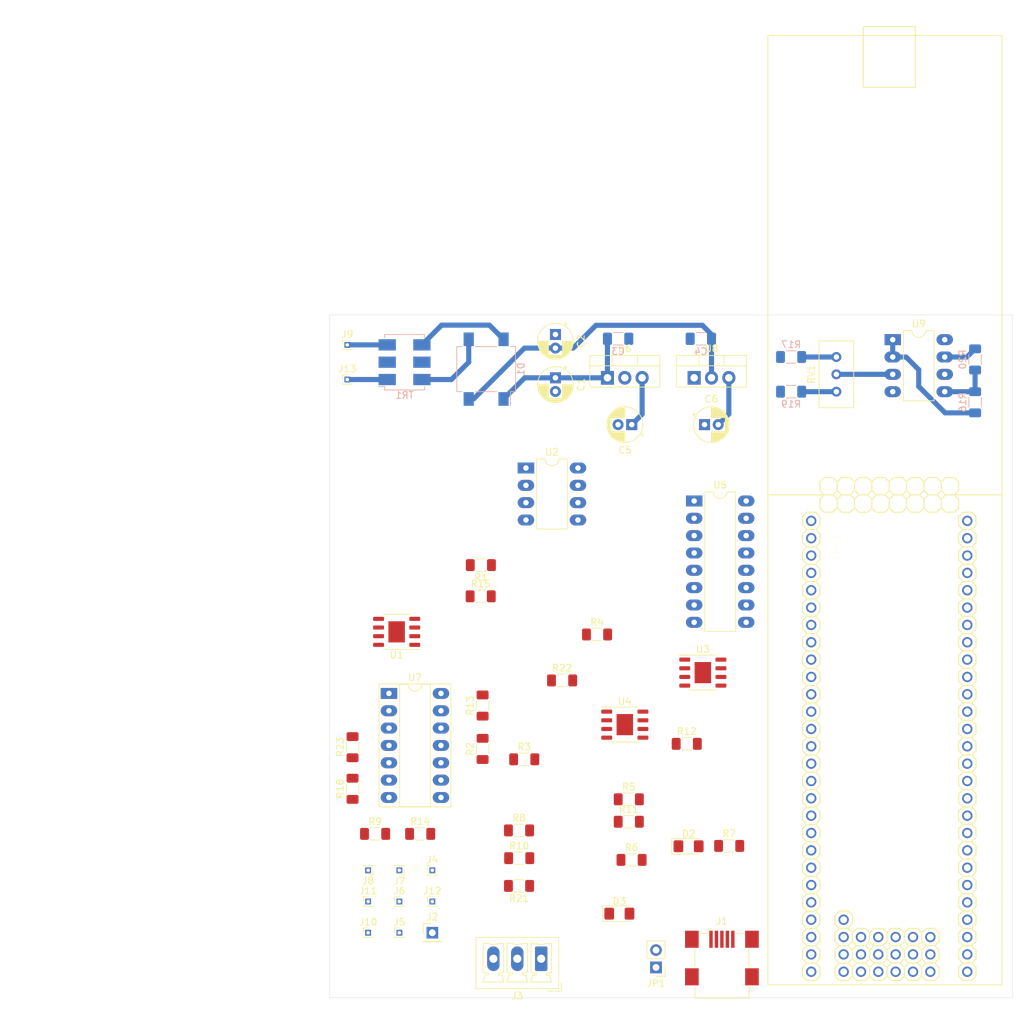
<source format=kicad_pcb>
(kicad_pcb (version 20171130) (host pcbnew "(5.1.10)-1")
  (layers (0 F.Cu signal) (31 B.Cu signal) (34 B.Paste user) (35 F.Paste user) (36 B.SilkS user) (37 F.SilkS user) (38 B.Mask user) (39 F.Mask user) (44 Edge.Cuts user))
  (net 0 "")
  (net 1 "Net-(C1-Pad1)")
  (net 2 GND)
  (net 3 "Net-(C2-Pad2)")
  (net 4 +5V)
  (net 5 -5V)
  (net 6 "Net-(D1-Pad3)")
  (net 7 "Net-(D1-Pad4)")
  (net 8 "Net-(D2-Pad1)")
  (net 9 "Net-(D2-Pad2)")
  (net 10 "Net-(J1-Pad1)")
  (net 11 "Net-(J1-Pad2)")
  (net 12 "Net-(J1-Pad3)")
  (net 13 "Net-(J1-Pad4)")
  (net 14 "Net-(J2-Pad1)")
  (net 15 "Net-(J3-Pad1)")
  (net 16 "Net-(J3-Pad2)")
  (net 17 "Net-(J3-Pad3)")
  (net 18 /salida_dac/I_IN)
  (net 19 /salida_dac/V_IN)
  (net 20 /salida_dac/VIN)
  (net 21 "Net-(J7-Pad1)")
  (net 22 "Net-(J8-Pad1)")
  (net 23 "Net-(JP1-Pad2)")
  (net 24 "Net-(R1-Pad2)")
  (net 25 "Net-(R1-Pad1)")
  (net 26 "Net-(R2-Pad1)")
  (net 27 "Net-(R3-Pad2)")
  (net 28 "Net-(R4-Pad1)")
  (net 29 "Net-(R13-Pad2)")
  (net 30 /salida_dac/VOffset)
  (net 31 "Net-(R14-Pad1)")
  (net 32 "Net-(R10-Pad2)")
  (net 33 "Net-(R11-Pad2)")
  (net 34 "Net-(R12-Pad2)")
  (net 35 "Net-(R15-Pad2)")
  (net 36 "Net-(R17-Pad1)")
  (net 37 "Net-(R19-Pad2)")
  (net 38 "Net-(RV1-Pad2)")
  (net 39 "Net-(U1-Pad1)")
  (net 40 "Net-(U1-Pad5)")
  (net 41 "Net-(U1-Pad8)")
  (net 42 "Net-(U3-Pad8)")
  (net 43 "Net-(U3-Pad5)")
  (net 44 "Net-(U3-Pad1)")
  (net 45 "Net-(U4-Pad1)")
  (net 46 "Net-(U4-Pad5)")
  (net 47 "Net-(U4-Pad8)")
  (net 48 /salida_dac/gan_x1)
  (net 49 /salida_dac/gan_x5)
  (net 50 /salida_dac/gan_x10)
  (net 51 /salida_dac/gan_x0.1)
  (net 52 "Net-(LPC1-Pad3)")
  (net 53 "Net-(LPC1-Pad4)")
  (net 54 "Net-(LPC1-Pad5)")
  (net 55 "Net-(LPC1-Pad6)")
  (net 56 "Net-(LPC1-Pad7)")
  (net 57 "Net-(LPC1-Pad8)")
  (net 58 "Net-(LPC1-Pad9)")
  (net 59 "Net-(LPC1-Pad10)")
  (net 60 "Net-(LPC1-Pad11)")
  (net 61 "Net-(LPC1-Pad12)")
  (net 62 "Net-(LPC1-Pad13)")
  (net 63 "Net-(LPC1-Pad14)")
  (net 64 "Net-(LPC1-Pad17)")
  (net 65 "Net-(LPC1-Pad19)")
  (net 66 "Net-(LPC1-Pad20)")
  (net 67 "Net-(LPC1-Pad21)")
  (net 68 "Net-(LPC1-Pad22)")
  (net 69 "Net-(LPC1-Pad23)")
  (net 70 "Net-(LPC1-Pad24)")
  (net 71 "Net-(LPC1-Pad25)")
  (net 72 "Net-(LPC1-Pad26)")
  (net 73 "Net-(LPC1-Pad27)")
  (net 74 "Net-(LPC1-Pad29)")
  (net 75 "Net-(LPC1-Pad30)")
  (net 76 "Net-(LPC1-Pad31)")
  (net 77 "Net-(LPC1-Pad32)")
  (net 78 "Net-(LPC1-Pad33)")
  (net 79 "Net-(LPC1-Pad34)")
  (net 80 "Net-(LPC1-Pad35)")
  (net 81 "Net-(LPC1-Pad38)")
  (net 82 "Net-(LPC1-Pad39)")
  (net 83 "Net-(LPC1-Pad40)")
  (net 84 "Net-(LPC1-Pad41)")
  (net 85 "Net-(LPC1-Pad42)")
  (net 86 "Net-(LPC1-Pad43)")
  (net 87 "Net-(LPC1-Pad44)")
  (net 88 "Net-(LPC1-Pad45)")
  (net 89 "Net-(LPC1-Pad46)")
  (net 90 "Net-(LPC1-Pad51)")
  (net 91 "Net-(LPC1-Pad52)")
  (net 92 "Net-(LPC1-Pad53)")
  (net 93 "Net-(LPC1-Pad55)")
  (net 94 "Net-(LPC1-Pad56)")
  (net 95 "Net-(LPC1-Pad57)")
  (net 96 "Net-(LPC1-Pad58)")
  (net 97 "Net-(LPC1-Pad59)")
  (net 98 "Net-(LPC1-Pad60)")
  (net 99 "Net-(LPC1-Pad61)")
  (net 100 "Net-(LPC1-Pad62)")
  (net 101 "Net-(LPC1-Pad63)")
  (net 102 "Net-(LPC1-Pad64)")
  (net 103 "Net-(LPC1-Pad65)")
  (net 104 "Net-(LPC1-Pad66)")
  (net 105 "Net-(LPC1-Pad67)")
  (net 106 "Net-(LPC1-Pad68)")
  (net 107 "Net-(LPC1-Pad69)")
  (net 108 "Net-(LPC1-Pad70)")
  (net 109 "Net-(LPC1-Pad71)")
  (net 110 "Net-(LPC1-Pad72)")
  (net 111 "Net-(LPC1-Pad73)")
  (net 112 /salida_dac/3V3)
  (net 113 /salida_dac/-VOffset)
  (net 114 "Net-(R22-Pad1)")
  (net 115 "Net-(R16-Pad1)")
  (net 116 "Net-(R18-Pad2)")
  (net 117 "Net-(U7-Pad12)")
  (net 118 "Net-(J9-Pad1)")
  (net 119 "Net-(J13-Pad1)")
  (net 120 "Net-(U7-Pad14)")
  (module Diode_SMD:Diode_Bridge_Vishay_DFS (layer B.Cu) (at 140.98 64.77 90)
    (fp_text reference D1 (at 0 5.1 270) (layer B.SilkS) (effects (justify mirror)))
    (fp_text value D_Bridge_+-AA)
    (pad 4 smd rect (at 4.37 2.55 90) (size 2 1.5) (layers B.Cu B.Paste B.Mask) (net 7 "Net-(D1-Pad4)"))
    (pad 3 smd rect (at 4.37 -2.55 90) (size 2 1.5) (layers B.Cu B.Paste B.Mask) (net 6 "Net-(D1-Pad3)"))
    (pad 2 smd rect (at -4.37 -2.55 90) (size 2 1.5) (layers B.Cu B.Paste B.Mask) (net 3 "Net-(C2-Pad2)"))
    (pad 1 smd rect (at -4.37 2.55 90) (size 2 1.5) (layers B.Cu B.Paste B.Mask) (net 1 "Net-(C1-Pad1)"))
  )
  (module Capacitor_SMD:C_1206_3216Metric_Pad1.33x1.80mm_HandSolder (layer B.Cu) (at 172.4275 60.325)
    (fp_text reference C4 (at 0 1.85 180) (layer B.SilkS) (effects (justify mirror)))
    (fp_text value 100nF)
    (pad 2 smd roundrect (at 1.5625 0) (size 1.325 1.8) (layers B.Cu B.Paste B.Mask) (roundrect_rratio 0.188679) (net 3 "Net-(C2-Pad2)"))
    (pad 1 smd roundrect (at -1.5625 0) (size 1.325 1.8) (layers B.Cu B.Paste B.Mask) (roundrect_rratio 0.188679) (net 2 GND))
  )
  (module Package_TO_SOT_THT:TO-220-3_Vertical (layer F.Cu) (at 171.45 66.04)
    (fp_text reference U8 (at 2.54 -4.27) (layer F.SilkS))
    (fp_text value L7905)
    (pad 3 thru_hole oval (at 5.08 0) (size 1.905 2) (drill 1.1) (layers *.Cu *.Mask) (net 5 -5V))
    (pad 2 thru_hole oval (at 2.54 0) (size 1.905 2) (drill 1.1) (layers *.Cu *.Mask) (net 3 "Net-(C2-Pad2)"))
    (pad 1 thru_hole rect (at 0 0) (size 1.905 2) (drill 1.1) (layers *.Cu *.Mask) (net 2 GND))
  )
  (module Capacitor_THT:CP_Radial_D5.0mm_P2.00mm (layer F.Cu) (at 172.974 72.898)
    (fp_text reference C6 (at 1 -3.75) (layer F.SilkS))
    (fp_text value 10uF)
    (pad 1 thru_hole rect (at 0 0) (size 1.6 1.6) (drill 0.8) (layers *.Cu *.Mask) (net 2 GND))
    (pad 2 thru_hole circle (at 2 0) (size 1.6 1.6) (drill 0.8) (layers *.Cu *.Mask) (net 5 -5V))
  )
  (module Capacitor_THT:CP_Radial_D5.0mm_P2.00mm (layer F.Cu) (at 151.13 66.04 270)
    (fp_text reference C1 (at 1 -3.75 90) (layer F.SilkS))
    (fp_text value 10uF)
    (pad 2 thru_hole circle (at 2 0 270) (size 1.6 1.6) (drill 0.8) (layers *.Cu *.Mask) (net 2 GND))
    (pad 1 thru_hole rect (at 0 0 270) (size 1.6 1.6) (drill 0.8) (layers *.Cu *.Mask) (net 1 "Net-(C1-Pad1)"))
  )
  (module Capacitor_THT:CP_Radial_D5.0mm_P2.00mm (layer F.Cu) (at 151.13 59.69 270)
    (fp_text reference C2 (at 1 -3.75 90) (layer F.SilkS))
    (fp_text value 10uF)
    (pad 1 thru_hole rect (at 0 0 270) (size 1.6 1.6) (drill 0.8) (layers *.Cu *.Mask) (net 2 GND))
    (pad 2 thru_hole circle (at 2 0 270) (size 1.6 1.6) (drill 0.8) (layers *.Cu *.Mask) (net 3 "Net-(C2-Pad2)"))
  )
  (module Capacitor_SMD:C_1206_3216Metric_Pad1.33x1.80mm_HandSolder (layer B.Cu) (at 160.3125 60.325)
    (fp_text reference C3 (at 0 1.85) (layer B.SilkS) (effects (justify mirror)))
    (fp_text value 100nF)
    (pad 2 smd roundrect (at 1.5625 0) (size 1.325 1.8) (layers B.Cu B.Paste B.Mask) (roundrect_rratio 0.188679) (net 2 GND))
    (pad 1 smd roundrect (at -1.5625 0) (size 1.325 1.8) (layers B.Cu B.Paste B.Mask) (roundrect_rratio 0.188679) (net 1 "Net-(C1-Pad1)"))
  )
  (module Capacitor_THT:CP_Radial_D5.0mm_P2.00mm (layer F.Cu) (at 162.306 72.898 180)
    (fp_text reference C5 (at 1 -3.75) (layer F.SilkS))
    (fp_text value 10uF)
    (pad 2 thru_hole circle (at 2 0 180) (size 1.6 1.6) (drill 0.8) (layers *.Cu *.Mask) (net 2 GND))
    (pad 1 thru_hole rect (at 0 0 180) (size 1.6 1.6) (drill 0.8) (layers *.Cu *.Mask) (net 4 +5V))
  )
  (module Resistor_SMD:R_1206_3216Metric_Pad1.30x1.75mm_HandSolder (layer B.Cu) (at 212.598 69.622 270)
    (fp_text reference R16 (at 0 1.82 90) (layer B.SilkS) (effects (justify mirror)))
    (fp_text value 10K)
    (pad 1 smd roundrect (at -1.55 0 270) (size 1.3 1.75) (layers B.Cu B.Paste B.Mask) (roundrect_rratio 0.192308) (net 115 "Net-(R16-Pad1)"))
    (pad 2 smd roundrect (at 1.55 0 270) (size 1.3 1.75) (layers B.Cu B.Paste B.Mask) (roundrect_rratio 0.192308) (net 30 /salida_dac/VOffset))
  )
  (module Package_DIP:DIP-8_W7.62mm_LongPads (layer F.Cu) (at 200.533 60.452)
    (fp_text reference U9 (at 3.81 -2.33) (layer F.SilkS))
    (fp_text value TL082)
    (pad 8 thru_hole oval (at 7.62 0) (size 2.4 1.6) (drill 0.8) (layers *.Cu *.Mask) (net 4 +5V))
    (pad 4 thru_hole oval (at 0 7.62) (size 2.4 1.6) (drill 0.8) (layers *.Cu *.Mask) (net 5 -5V))
    (pad 7 thru_hole oval (at 7.62 2.54) (size 2.4 1.6) (drill 0.8) (layers *.Cu *.Mask) (net 113 /salida_dac/-VOffset))
    (pad 3 thru_hole oval (at 0 5.08) (size 2.4 1.6) (drill 0.8) (layers *.Cu *.Mask) (net 38 "Net-(RV1-Pad2)"))
    (pad 6 thru_hole oval (at 7.62 5.08) (size 2.4 1.6) (drill 0.8) (layers *.Cu *.Mask) (net 2 GND))
    (pad 2 thru_hole oval (at 0 2.54) (size 2.4 1.6) (drill 0.8) (layers *.Cu *.Mask) (net 30 /salida_dac/VOffset))
    (pad 5 thru_hole oval (at 7.62 7.62) (size 2.4 1.6) (drill 0.8) (layers *.Cu *.Mask) (net 115 "Net-(R16-Pad1)"))
    (pad 1 thru_hole rect (at 0 0) (size 2.4 1.6) (drill 0.8) (layers *.Cu *.Mask) (net 30 /salida_dac/VOffset))
  )
  (module Potentiometer_THT:Potentiometer_Bourns_3296W_Vertical (layer F.Cu) (at 192.278 62.992 90)
    (fp_text reference RV1 (at -2.54 -3.66 90) (layer F.SilkS))
    (fp_text value 10K)
    (pad 3 thru_hole circle (at -5.08 0 90) (size 1.44 1.44) (drill 0.8) (layers *.Cu *.Mask) (net 37 "Net-(R19-Pad2)"))
    (pad 2 thru_hole circle (at -2.54 0 90) (size 1.44 1.44) (drill 0.8) (layers *.Cu *.Mask) (net 38 "Net-(RV1-Pad2)"))
    (pad 1 thru_hole circle (at 0 0 90) (size 1.44 1.44) (drill 0.8) (layers *.Cu *.Mask) (net 36 "Net-(R17-Pad1)"))
  )
  (module Resistor_SMD:R_1206_3216Metric_Pad1.30x1.75mm_HandSolder (layer B.Cu) (at 212.598 63.347 270)
    (fp_text reference R20 (at 0 1.82 270) (layer B.SilkS) (effects (justify mirror)))
    (fp_text value 10K)
    (pad 2 smd roundrect (at 1.55 0 270) (size 1.3 1.75) (layers B.Cu B.Paste B.Mask) (roundrect_rratio 0.192308) (net 115 "Net-(R16-Pad1)"))
    (pad 1 smd roundrect (at -1.55 0 270) (size 1.3 1.75) (layers B.Cu B.Paste B.Mask) (roundrect_rratio 0.192308) (net 113 /salida_dac/-VOffset))
  )
  (module Package_TO_SOT_THT:TO-220-3_Vertical (layer F.Cu) (at 158.75 66.04)
    (fp_text reference U6 (at 2.54 -4.27) (layer F.SilkS))
    (fp_text value L7805)
    (pad 1 thru_hole rect (at 0 0) (size 1.905 2) (drill 1.1) (layers *.Cu *.Mask) (net 1 "Net-(C1-Pad1)"))
    (pad 2 thru_hole oval (at 2.54 0) (size 1.905 2) (drill 1.1) (layers *.Cu *.Mask) (net 2 GND))
    (pad 3 thru_hole oval (at 5.08 0) (size 1.905 2) (drill 1.1) (layers *.Cu *.Mask) (net 4 +5V))
  )
  (module Resistor_SMD:R_1206_3216Metric_Pad1.30x1.75mm_HandSolder (layer B.Cu) (at 185.648 62.992 180)
    (fp_text reference R17 (at 0 1.82) (layer B.SilkS) (effects (justify mirror)))
    (fp_text value 4K7)
    (pad 2 smd roundrect (at 1.55 0 180) (size 1.3 1.75) (layers B.Cu B.Paste B.Mask) (roundrect_rratio 0.192308) (net 112 /salida_dac/3V3))
    (pad 1 smd roundrect (at -1.55 0 180) (size 1.3 1.75) (layers B.Cu B.Paste B.Mask) (roundrect_rratio 0.192308) (net 36 "Net-(R17-Pad1)"))
  )
  (module Resistor_SMD:R_1206_3216Metric_Pad1.30x1.75mm_HandSolder (layer B.Cu) (at 185.648 68.072)
    (fp_text reference R19 (at 0 1.82) (layer B.SilkS) (effects (justify mirror)))
    (fp_text value 5K6)
    (pad 1 smd roundrect (at -1.55 0) (size 1.3 1.75) (layers B.Cu B.Paste B.Mask) (roundrect_rratio 0.192308) (net 2 GND))
    (pad 2 smd roundrect (at 1.55 0) (size 1.3 1.75) (layers B.Cu B.Paste B.Mask) (roundrect_rratio 0.192308) (net 37 "Net-(R19-Pad2)"))
  )
  (module Diode_SMD:D_1206_3216Metric_Pad1.42x1.75mm_HandSolder (layer F.Cu) (at 170.630001 134.655001)
    (fp_text reference D2 (at 0 -1.82) (layer F.SilkS))
    (fp_text value 1N4007)
    (pad 1 smd roundrect (at -1.4875 0) (size 1.425 1.75) (layers F.Cu F.Paste F.Mask) (roundrect_rratio 0.175439) (net 8 "Net-(D2-Pad1)"))
    (pad 2 smd roundrect (at 1.4875 0) (size 1.425 1.75) (layers F.Cu F.Paste F.Mask) (roundrect_rratio 0.175439) (net 9 "Net-(D2-Pad2)"))
  )
  (module Diode_SMD:D_1206_3216Metric_Pad1.42x1.75mm_HandSolder (layer F.Cu) (at 160.4915 144.526)
    (fp_text reference D3 (at 0 -1.82) (layer F.SilkS))
    (fp_text value 1N4007)
    (pad 2 smd roundrect (at 1.4875 0) (size 1.425 1.75) (layers F.Cu F.Paste F.Mask) (roundrect_rratio 0.175439) (net 8 "Net-(D2-Pad1)"))
    (pad 1 smd roundrect (at -1.4875 0) (size 1.425 1.75) (layers F.Cu F.Paste F.Mask) (roundrect_rratio 0.175439) (net 2 GND))
  )
  (module Connector_USB:USB_Mini-B_Wuerth_65100516121_Horizontal (layer F.Cu) (at 175.514 150.876)
    (fp_text reference J1 (at 0 -5.25) (layer F.SilkS))
    (fp_text value USB_B_Micro)
    (pad "" np_thru_hole circle (at 2.2 0) (size 0.9 0.9) (drill 0.9) (layers *.Cu *.Mask))
    (pad "" np_thru_hole circle (at -2.2 0) (size 0.9 0.9) (drill 0.9) (layers *.Cu *.Mask))
    (pad 5 smd rect (at 1.6 -2.6) (size 0.5 2.5) (layers F.Cu F.Paste F.Mask) (net 2 GND))
    (pad 4 smd rect (at 0.8 -2.6) (size 0.5 2.5) (layers F.Cu F.Paste F.Mask) (net 13 "Net-(J1-Pad4)"))
    (pad 3 smd rect (at 0 -2.6) (size 0.5 2.5) (layers F.Cu F.Paste F.Mask) (net 12 "Net-(J1-Pad3)"))
    (pad 2 smd rect (at -0.8 -2.6) (size 0.5 2.5) (layers F.Cu F.Paste F.Mask) (net 11 "Net-(J1-Pad2)"))
    (pad 1 smd rect (at -1.6 -2.6) (size 0.5 2.5) (layers F.Cu F.Paste F.Mask) (net 10 "Net-(J1-Pad1)"))
    (pad 6 smd rect (at 4.4 -2.6) (size 2 2.5) (layers F.Cu F.Paste F.Mask) (net 2 GND))
    (pad 6 smd rect (at -4.4 -2.6) (size 2 2.5) (layers F.Cu F.Paste F.Mask) (net 2 GND))
    (pad 6 smd rect (at 4.4 2.9) (size 2 2.5) (layers F.Cu F.Paste F.Mask) (net 2 GND))
    (pad 6 smd rect (at -4.4 2.9) (size 2 2.5) (layers F.Cu F.Paste F.Mask) (net 2 GND))
  )
  (module Connector_PinHeader_2.54mm:PinHeader_1x01_P2.54mm_Vertical (layer F.Cu) (at 133.096 147.32)
    (fp_text reference J2 (at 0 -2.33) (layer F.SilkS))
    (fp_text value test_DAC)
    (pad 1 thru_hole rect (at 0 0) (size 1.7 1.7) (drill 1) (layers *.Cu *.Mask) (net 14 "Net-(J2-Pad1)"))
  )
  (module Connector_Phoenix_MC:PhoenixContact_MCV_1,5_3-G-3.5_1x03_P3.50mm_Vertical (layer F.Cu) (at 149.042 151.13 180)
    (fp_text reference J3 (at 3.5 -5.45) (layer F.SilkS))
    (fp_text value Conn_01x03_Male)
    (pad 1 thru_hole roundrect (at 0 0 180) (size 1.8 3.6) (drill 1.2) (layers *.Cu *.Mask) (roundrect_rratio 0.138889) (net 15 "Net-(J3-Pad1)"))
    (pad 2 thru_hole oval (at 3.5 0 180) (size 1.8 3.6) (drill 1.2) (layers *.Cu *.Mask) (net 16 "Net-(J3-Pad2)"))
    (pad 3 thru_hole oval (at 7 0 180) (size 1.8 3.6) (drill 1.2) (layers *.Cu *.Mask) (net 17 "Net-(J3-Pad3)"))
  )
  (module Connector_PinHeader_1.00mm:PinHeader_1x01_P1.00mm_Vertical (layer F.Cu) (at 133.096 138.176)
    (fp_text reference J4 (at 0 -1.56) (layer F.SilkS))
    (fp_text value test_I)
    (pad 1 thru_hole rect (at 0 0) (size 0.85 0.85) (drill 0.5) (layers *.Cu *.Mask) (net 18 /salida_dac/I_IN))
  )
  (module Connector_PinHeader_1.00mm:PinHeader_1x01_P1.00mm_Vertical (layer F.Cu) (at 128.27 147.32)
    (fp_text reference J5 (at 0 -1.56) (layer F.SilkS))
    (fp_text value test_V)
    (pad 1 thru_hole rect (at 0 0) (size 0.85 0.85) (drill 0.5) (layers *.Cu *.Mask) (net 19 /salida_dac/V_IN))
  )
  (module Connector_PinHeader_1.00mm:PinHeader_1x01_P1.00mm_Vertical (layer F.Cu) (at 128.27 142.748)
    (fp_text reference J6 (at 0 -1.56) (layer F.SilkS))
    (fp_text value test_DAC)
    (pad 1 thru_hole rect (at 0 0) (size 0.85 0.85) (drill 0.5) (layers *.Cu *.Mask) (net 20 /salida_dac/VIN))
  )
  (module Connector_PinHeader_1.00mm:PinHeader_1x01_P1.00mm_Vertical (layer F.Cu) (at 128.27 138.176 180)
    (fp_text reference J7 (at 0 -1.56) (layer F.SilkS))
    (fp_text value test_I)
    (pad 1 thru_hole rect (at 0 0 180) (size 0.85 0.85) (drill 0.5) (layers *.Cu *.Mask) (net 21 "Net-(J7-Pad1)"))
  )
  (module Connector_PinHeader_1.00mm:PinHeader_1x01_P1.00mm_Vertical (layer F.Cu) (at 123.698 138.176 180)
    (fp_text reference J8 (at 0 -1.56) (layer F.SilkS))
    (fp_text value test_V)
    (pad 1 thru_hole rect (at 0 0 180) (size 0.85 0.85) (drill 0.5) (layers *.Cu *.Mask) (net 22 "Net-(J8-Pad1)"))
  )
  (module Connector_PinHeader_1.00mm:PinHeader_1x01_P1.00mm_Vertical (layer F.Cu) (at 123.698 147.32)
    (fp_text reference J10 (at 0 -1.56) (layer F.SilkS))
    (fp_text value test_GND)
    (pad 1 thru_hole rect (at 0 0) (size 0.85 0.85) (drill 0.5) (layers *.Cu *.Mask) (net 2 GND))
  )
  (module Connector_PinHeader_1.00mm:PinHeader_1x01_P1.00mm_Vertical (layer F.Cu) (at 123.698 142.748)
    (fp_text reference J11 (at 0 -1.56) (layer F.SilkS))
    (fp_text value test_GND)
    (pad 1 thru_hole rect (at 0 0) (size 0.85 0.85) (drill 0.5) (layers *.Cu *.Mask) (net 2 GND))
  )
  (module Connector_PinHeader_1.00mm:PinHeader_1x01_P1.00mm_Vertical (layer F.Cu) (at 133.096 142.748)
    (fp_text reference J12 (at 0 -1.56) (layer F.SilkS))
    (fp_text value test_GND)
    (pad 1 thru_hole rect (at 0 0) (size 0.85 0.85) (drill 0.5) (layers *.Cu *.Mask) (net 2 GND))
  )
  (module Connector_PinHeader_2.54mm:PinHeader_1x02_P2.54mm_Vertical (layer F.Cu) (at 165.862 152.4 180)
    (fp_text reference JP1 (at 0 -2.33) (layer F.SilkS))
    (fp_text value alimentacion_lpc)
    (pad 1 thru_hole rect (at 0 0 180) (size 1.7 1.7) (drill 1) (layers *.Cu *.Mask) (net 4 +5V))
    (pad 2 thru_hole oval (at 0 2.54 180) (size 1.7 1.7) (drill 1) (layers *.Cu *.Mask) (net 23 "Net-(JP1-Pad2)"))
  )
  (module Resistor_SMD:R_1206_3216Metric_Pad1.30x1.75mm_HandSolder (layer F.Cu) (at 140.208 93.472 180)
    (fp_text reference R1 (at 0 -1.82) (layer F.SilkS))
    (fp_text value 1K)
    (pad 2 smd roundrect (at 1.55 0 180) (size 1.3 1.75) (layers F.Cu F.Paste F.Mask) (roundrect_rratio 0.192308) (net 24 "Net-(R1-Pad2)"))
    (pad 1 smd roundrect (at -1.55 0 180) (size 1.3 1.75) (layers F.Cu F.Paste F.Mask) (roundrect_rratio 0.192308) (net 25 "Net-(R1-Pad1)"))
  )
  (module Resistor_SMD:R_1206_3216Metric_Pad1.30x1.75mm_HandSolder (layer F.Cu) (at 140.462 120.396 90)
    (fp_text reference R2 (at 0 -1.82 90) (layer F.SilkS))
    (fp_text value 100K)
    (pad 1 smd roundrect (at -1.55 0 90) (size 1.3 1.75) (layers F.Cu F.Paste F.Mask) (roundrect_rratio 0.192308) (net 26 "Net-(R2-Pad1)"))
    (pad 2 smd roundrect (at 1.55 0 90) (size 1.3 1.75) (layers F.Cu F.Paste F.Mask) (roundrect_rratio 0.192308) (net 20 /salida_dac/VIN))
  )
  (module Resistor_SMD:R_1206_3216Metric_Pad1.30x1.75mm_HandSolder (layer F.Cu) (at 146.558 121.92)
    (fp_text reference R3 (at 0 -1.82) (layer F.SilkS))
    (fp_text value 100K)
    (pad 2 smd roundrect (at 1.55 0) (size 1.3 1.75) (layers F.Cu F.Paste F.Mask) (roundrect_rratio 0.192308) (net 27 "Net-(R3-Pad2)"))
    (pad 1 smd roundrect (at -1.55 0) (size 1.3 1.75) (layers F.Cu F.Paste F.Mask) (roundrect_rratio 0.192308) (net 26 "Net-(R2-Pad1)"))
  )
  (module Resistor_SMD:R_1206_3216Metric_Pad1.30x1.75mm_HandSolder (layer F.Cu) (at 157.226 103.632)
    (fp_text reference R4 (at 0 -1.82) (layer F.SilkS))
    (fp_text value 10K)
    (pad 1 smd roundrect (at -1.55 0) (size 1.3 1.75) (layers F.Cu F.Paste F.Mask) (roundrect_rratio 0.192308) (net 28 "Net-(R4-Pad1)"))
    (pad 2 smd roundrect (at 1.55 0) (size 1.3 1.75) (layers F.Cu F.Paste F.Mask) (roundrect_rratio 0.192308) (net 25 "Net-(R1-Pad1)"))
  )
  (module Resistor_SMD:R_1206_3216Metric_Pad1.30x1.75mm_HandSolder (layer F.Cu) (at 161.875001 127.775001)
    (fp_text reference R5 (at 0 -1.82) (layer F.SilkS))
    (fp_text value 6K8)
    (pad 2 smd roundrect (at 1.55 0) (size 1.3 1.75) (layers F.Cu F.Paste F.Mask) (roundrect_rratio 0.192308) (net 28 "Net-(R4-Pad1)"))
    (pad 1 smd roundrect (at -1.55 0) (size 1.3 1.75) (layers F.Cu F.Paste F.Mask) (roundrect_rratio 0.192308) (net 15 "Net-(J3-Pad1)"))
  )
  (module Resistor_SMD:R_1206_3216Metric_Pad1.30x1.75mm_HandSolder (layer F.Cu) (at 162.28 136.652)
    (fp_text reference R6 (at 0 -1.82) (layer F.SilkS))
    (fp_text value 10K)
    (pad 2 smd roundrect (at 1.55 0) (size 1.3 1.75) (layers F.Cu F.Paste F.Mask) (roundrect_rratio 0.192308) (net 14 "Net-(J2-Pad1)"))
    (pad 1 smd roundrect (at -1.55 0) (size 1.3 1.75) (layers F.Cu F.Paste F.Mask) (roundrect_rratio 0.192308) (net 29 "Net-(R13-Pad2)"))
  )
  (module Resistor_SMD:R_1206_3216Metric_Pad1.30x1.75mm_HandSolder (layer F.Cu) (at 176.575001 134.605001)
    (fp_text reference R7 (at 0 -1.82) (layer F.SilkS))
    (fp_text value 10K)
    (pad 1 smd roundrect (at -1.55 0) (size 1.3 1.75) (layers F.Cu F.Paste F.Mask) (roundrect_rratio 0.192308) (net 29 "Net-(R13-Pad2)"))
    (pad 2 smd roundrect (at 1.55 0) (size 1.3 1.75) (layers F.Cu F.Paste F.Mask) (roundrect_rratio 0.192308) (net 113 /salida_dac/-VOffset))
  )
  (module Resistor_SMD:R_1206_3216Metric_Pad1.30x1.75mm_HandSolder (layer F.Cu) (at 145.796 132.334)
    (fp_text reference R8 (at 0 -1.82) (layer F.SilkS))
    (fp_text value 10K)
    (pad 1 smd roundrect (at -1.55 0) (size 1.3 1.75) (layers F.Cu F.Paste F.Mask) (roundrect_rratio 0.192308) (net 30 /salida_dac/VOffset))
    (pad 2 smd roundrect (at 1.55 0) (size 1.3 1.75) (layers F.Cu F.Paste F.Mask) (roundrect_rratio 0.192308) (net 31 "Net-(R14-Pad1)"))
  )
  (module Resistor_SMD:R_1206_3216Metric_Pad1.30x1.75mm_HandSolder (layer F.Cu) (at 124.714 132.842)
    (fp_text reference R9 (at 0 -1.82) (layer F.SilkS))
    (fp_text value 10K)
    (pad 1 smd roundrect (at -1.55 0) (size 1.3 1.75) (layers F.Cu F.Paste F.Mask) (roundrect_rratio 0.192308) (net 114 "Net-(R22-Pad1)"))
    (pad 2 smd roundrect (at 1.55 0) (size 1.3 1.75) (layers F.Cu F.Paste F.Mask) (roundrect_rratio 0.192308) (net 21 "Net-(J7-Pad1)"))
  )
  (module Resistor_SMD:R_1206_3216Metric_Pad1.30x1.75mm_HandSolder (layer F.Cu) (at 145.822 136.398)
    (fp_text reference R10 (at 0 -1.82) (layer F.SilkS))
    (fp_text value 10K)
    (pad 2 smd roundrect (at 1.55 0) (size 1.3 1.75) (layers F.Cu F.Paste F.Mask) (roundrect_rratio 0.192308) (net 32 "Net-(R10-Pad2)"))
    (pad 1 smd roundrect (at -1.55 0) (size 1.3 1.75) (layers F.Cu F.Paste F.Mask) (roundrect_rratio 0.192308) (net 30 /salida_dac/VOffset))
  )
  (module Resistor_SMD:R_1206_3216Metric_Pad1.30x1.75mm_HandSolder (layer F.Cu) (at 161.875001 131.065001)
    (fp_text reference R11 (at 0 -1.82) (layer F.SilkS))
    (fp_text value 100K)
    (pad 2 smd roundrect (at 1.55 0) (size 1.3 1.75) (layers F.Cu F.Paste F.Mask) (roundrect_rratio 0.192308) (net 33 "Net-(R11-Pad2)"))
    (pad 1 smd roundrect (at -1.55 0) (size 1.3 1.75) (layers F.Cu F.Paste F.Mask) (roundrect_rratio 0.192308) (net 25 "Net-(R1-Pad1)"))
  )
  (module Resistor_SMD:R_1206_3216Metric_Pad1.30x1.75mm_HandSolder (layer F.Cu) (at 170.365001 119.655001)
    (fp_text reference R12 (at 0 -1.82) (layer F.SilkS))
    (fp_text value 4K7)
    (pad 1 smd roundrect (at -1.55 0) (size 1.3 1.75) (layers F.Cu F.Paste F.Mask) (roundrect_rratio 0.192308) (net 25 "Net-(R1-Pad1)"))
    (pad 2 smd roundrect (at 1.55 0) (size 1.3 1.75) (layers F.Cu F.Paste F.Mask) (roundrect_rratio 0.192308) (net 34 "Net-(R12-Pad2)"))
  )
  (module Resistor_SMD:R_1206_3216Metric_Pad1.30x1.75mm_HandSolder (layer F.Cu) (at 140.462 114.046 90)
    (fp_text reference R13 (at 0 -1.82 90) (layer F.SilkS))
    (fp_text value 10K)
    (pad 2 smd roundrect (at 1.55 0 90) (size 1.3 1.75) (layers F.Cu F.Paste F.Mask) (roundrect_rratio 0.192308) (net 29 "Net-(R13-Pad2)"))
    (pad 1 smd roundrect (at -1.55 0 90) (size 1.3 1.75) (layers F.Cu F.Paste F.Mask) (roundrect_rratio 0.192308) (net 20 /salida_dac/VIN))
  )
  (module Resistor_SMD:R_1206_3216Metric_Pad1.30x1.75mm_HandSolder (layer F.Cu) (at 131.318 132.842)
    (fp_text reference R14 (at 0 -1.82) (layer F.SilkS))
    (fp_text value 10K)
    (pad 2 smd roundrect (at 1.55 0) (size 1.3 1.75) (layers F.Cu F.Paste F.Mask) (roundrect_rratio 0.192308) (net 18 /salida_dac/I_IN))
    (pad 1 smd roundrect (at -1.55 0) (size 1.3 1.75) (layers F.Cu F.Paste F.Mask) (roundrect_rratio 0.192308) (net 31 "Net-(R14-Pad1)"))
  )
  (module Resistor_SMD:R_1206_3216Metric_Pad1.30x1.75mm_HandSolder (layer F.Cu) (at 140.182 98.044)
    (fp_text reference R15 (at 0 -1.82) (layer F.SilkS))
    (fp_text value 10K)
    (pad 1 smd roundrect (at -1.55 0) (size 1.3 1.75) (layers F.Cu F.Paste F.Mask) (roundrect_rratio 0.192308) (net 25 "Net-(R1-Pad1)"))
    (pad 2 smd roundrect (at 1.55 0) (size 1.3 1.75) (layers F.Cu F.Paste F.Mask) (roundrect_rratio 0.192308) (net 35 "Net-(R15-Pad2)"))
  )
  (module Resistor_SMD:R_1206_3216Metric_Pad1.30x1.75mm_HandSolder (layer F.Cu) (at 121.412 126.238 90)
    (fp_text reference R18 (at 0 -1.82 90) (layer F.SilkS))
    (fp_text value 10K)
    (pad 1 smd roundrect (at -1.55 0 90) (size 1.3 1.75) (layers F.Cu F.Paste F.Mask) (roundrect_rratio 0.192308) (net 22 "Net-(J8-Pad1)"))
    (pad 2 smd roundrect (at 1.55 0 90) (size 1.3 1.75) (layers F.Cu F.Paste F.Mask) (roundrect_rratio 0.192308) (net 116 "Net-(R18-Pad2)"))
  )
  (module Resistor_SMD:R_1206_3216Metric_Pad1.30x1.75mm_HandSolder (layer F.Cu) (at 145.796 140.462 180)
    (fp_text reference R21 (at 0 -1.82) (layer F.SilkS))
    (fp_text value 10K)
    (pad 2 smd roundrect (at 1.55 0 180) (size 1.3 1.75) (layers F.Cu F.Paste F.Mask) (roundrect_rratio 0.192308) (net 19 /salida_dac/V_IN))
    (pad 1 smd roundrect (at -1.55 0 180) (size 1.3 1.75) (layers F.Cu F.Paste F.Mask) (roundrect_rratio 0.192308) (net 32 "Net-(R10-Pad2)"))
  )
  (module RF_Mini-Circuits:Mini-Circuits_CD637_H5.23mm (layer B.Cu) (at 129.032 63.754)
    (fp_text reference TR1 (at 0 4.826) (layer B.SilkS) (effects (justify mirror)))
    (fp_text value ADT2-71T)
    (pad 1 smd rect (at -2.54 2.54) (size 2.54 1.65) (layers B.Cu B.Paste B.Mask) (net 119 "Net-(J13-Pad1)"))
    (pad 2 smd rect (at -2.54 0) (size 2.54 1.65) (layers B.Cu B.Paste B.Mask))
    (pad 3 smd rect (at -2.54 -2.54) (size 2.54 1.65) (layers B.Cu B.Paste B.Mask) (net 118 "Net-(J9-Pad1)"))
    (pad 4 smd rect (at 2.54 -2.54) (size 2.54 1.65) (layers B.Cu B.Paste B.Mask) (net 7 "Net-(D1-Pad4)"))
    (pad 5 smd rect (at 2.54 0) (size 2.54 1.65) (layers B.Cu B.Paste B.Mask) (net 2 GND))
    (pad 6 smd rect (at 2.54 2.54) (size 2.54 1.65) (layers B.Cu B.Paste B.Mask) (net 6 "Net-(D1-Pad3)"))
  )
  (module Package_SO:HSOP-8-1EP_3.9x4.9mm_P1.27mm_EP2.41x3.1mm (layer F.Cu) (at 127.872 103.251 180)
    (fp_text reference U1 (at 0 -3.4) (layer F.SilkS))
    (fp_text value OP77)
    (pad 1 smd roundrect (at -2.65 -1.905 180) (size 1.6 0.6) (layers F.Cu F.Paste F.Mask) (net 39 "Net-(U1-Pad1)"))
    (pad 2 smd roundrect (at -2.65 -0.635 180) (size 1.6 0.6) (layers F.Cu F.Paste F.Mask) (net 25 "Net-(R1-Pad1)"))
    (pad 3 smd roundrect (at -2.65 0.635 180) (size 1.6 0.6) (layers F.Cu F.Paste F.Mask) (net 2 GND))
    (pad 4 smd roundrect (at -2.65 1.905 180) (size 1.6 0.6) (layers F.Cu F.Paste F.Mask) (net 5 -5V))
    (pad 5 smd roundrect (at 2.65 1.905 180) (size 1.6 0.6) (layers F.Cu F.Paste F.Mask) (net 40 "Net-(U1-Pad5)"))
    (pad 6 smd roundrect (at 2.65 0.635 180) (size 1.6 0.6) (layers F.Cu F.Paste F.Mask) (net 18 /salida_dac/I_IN))
    (pad 7 smd roundrect (at 2.65 -0.635 180) (size 1.6 0.6) (layers F.Cu F.Paste F.Mask) (net 4 +5V))
    (pad 8 smd roundrect (at 2.65 -1.905 180) (size 1.6 0.6) (layers F.Cu F.Paste F.Mask) (net 41 "Net-(U1-Pad8)"))
    (pad 9 smd rect (at 0 0 180) (size 2.41 3.1) (layers F.Cu F.Mask))
  )
  (module Package_DIP:DIP-8_W7.62mm_LongPads (layer F.Cu) (at 146.812 79.248)
    (fp_text reference U2 (at 3.81 -2.33) (layer F.SilkS))
    (fp_text value TL082)
    (pad 1 thru_hole rect (at 0 0) (size 2.4 1.6) (drill 0.8) (layers *.Cu *.Mask) (net 27 "Net-(R3-Pad2)"))
    (pad 5 thru_hole oval (at 7.62 7.62) (size 2.4 1.6) (drill 0.8) (layers *.Cu *.Mask) (net 27 "Net-(R3-Pad2)"))
    (pad 2 thru_hole oval (at 0 2.54) (size 2.4 1.6) (drill 0.8) (layers *.Cu *.Mask) (net 27 "Net-(R3-Pad2)"))
    (pad 6 thru_hole oval (at 7.62 5.08) (size 2.4 1.6) (drill 0.8) (layers *.Cu *.Mask) (net 19 /salida_dac/V_IN))
    (pad 3 thru_hole oval (at 0 5.08) (size 2.4 1.6) (drill 0.8) (layers *.Cu *.Mask) (net 16 "Net-(J3-Pad2)"))
    (pad 7 thru_hole oval (at 7.62 2.54) (size 2.4 1.6) (drill 0.8) (layers *.Cu *.Mask) (net 19 /salida_dac/V_IN))
    (pad 4 thru_hole oval (at 0 7.62) (size 2.4 1.6) (drill 0.8) (layers *.Cu *.Mask) (net 5 -5V))
    (pad 8 thru_hole oval (at 7.62 0) (size 2.4 1.6) (drill 0.8) (layers *.Cu *.Mask) (net 4 +5V))
  )
  (module Package_SO:HSOP-8-1EP_3.9x4.9mm_P1.27mm_EP2.41x3.1mm (layer F.Cu) (at 172.72 109.22)
    (fp_text reference U3 (at 0 -3.4) (layer F.SilkS))
    (fp_text value OP77)
    (pad 9 smd rect (at 0 0) (size 2.41 3.1) (layers F.Cu F.Mask))
    (pad 8 smd roundrect (at 2.65 -1.905) (size 1.6 0.6) (layers F.Cu F.Paste F.Mask) (net 42 "Net-(U3-Pad8)"))
    (pad 7 smd roundrect (at 2.65 -0.635) (size 1.6 0.6) (layers F.Cu F.Paste F.Mask) (net 4 +5V))
    (pad 6 smd roundrect (at 2.65 0.635) (size 1.6 0.6) (layers F.Cu F.Paste F.Mask) (net 17 "Net-(J3-Pad3)"))
    (pad 5 smd roundrect (at 2.65 1.905) (size 1.6 0.6) (layers F.Cu F.Paste F.Mask) (net 43 "Net-(U3-Pad5)"))
    (pad 4 smd roundrect (at -2.65 1.905) (size 1.6 0.6) (layers F.Cu F.Paste F.Mask) (net 5 -5V))
    (pad 3 smd roundrect (at -2.65 0.635) (size 1.6 0.6) (layers F.Cu F.Paste F.Mask) (net 2 GND))
    (pad 2 smd roundrect (at -2.65 -0.635) (size 1.6 0.6) (layers F.Cu F.Paste F.Mask) (net 26 "Net-(R2-Pad1)"))
    (pad 1 smd roundrect (at -2.65 -1.905) (size 1.6 0.6) (layers F.Cu F.Paste F.Mask) (net 44 "Net-(U3-Pad1)"))
  )
  (module Package_SO:HSOP-8-1EP_3.9x4.9mm_P1.27mm_EP2.41x3.1mm (layer F.Cu) (at 161.29 116.84)
    (fp_text reference U4 (at 0 -3.4) (layer F.SilkS))
    (fp_text value OP77)
    (pad 1 smd roundrect (at -2.65 -1.905) (size 1.6 0.6) (layers F.Cu F.Paste F.Mask) (net 45 "Net-(U4-Pad1)"))
    (pad 2 smd roundrect (at -2.65 -0.635) (size 1.6 0.6) (layers F.Cu F.Paste F.Mask) (net 15 "Net-(J3-Pad1)"))
    (pad 3 smd roundrect (at -2.65 0.635) (size 1.6 0.6) (layers F.Cu F.Paste F.Mask) (net 2 GND))
    (pad 4 smd roundrect (at -2.65 1.905) (size 1.6 0.6) (layers F.Cu F.Paste F.Mask) (net 5 -5V))
    (pad 5 smd roundrect (at 2.65 1.905) (size 1.6 0.6) (layers F.Cu F.Paste F.Mask) (net 46 "Net-(U4-Pad5)"))
    (pad 6 smd roundrect (at 2.65 0.635) (size 1.6 0.6) (layers F.Cu F.Paste F.Mask) (net 28 "Net-(R4-Pad1)"))
    (pad 7 smd roundrect (at 2.65 -0.635) (size 1.6 0.6) (layers F.Cu F.Paste F.Mask) (net 4 +5V))
    (pad 8 smd roundrect (at 2.65 -1.905) (size 1.6 0.6) (layers F.Cu F.Paste F.Mask) (net 47 "Net-(U4-Pad8)"))
    (pad 9 smd rect (at 0 0) (size 2.41 3.1) (layers F.Cu F.Mask))
  )
  (module Package_DIP:DIP-14_W7.62mm_Socket_LongPads (layer F.Cu) (at 126.746 112.268)
    (fp_text reference U7 (at 3.81 -2.33) (layer F.SilkS))
    (fp_text value TL064)
    (pad 1 thru_hole rect (at 0 0) (size 2.4 1.6) (drill 0.8) (layers *.Cu *.Mask) (net 20 /salida_dac/VIN))
    (pad 8 thru_hole oval (at 7.62 15.24) (size 2.4 1.6) (drill 0.8) (layers *.Cu *.Mask) (net 21 "Net-(J7-Pad1)"))
    (pad 2 thru_hole oval (at 0 2.54) (size 2.4 1.6) (drill 0.8) (layers *.Cu *.Mask) (net 29 "Net-(R13-Pad2)"))
    (pad 9 thru_hole oval (at 7.62 12.7) (size 2.4 1.6) (drill 0.8) (layers *.Cu *.Mask) (net 114 "Net-(R22-Pad1)"))
    (pad 3 thru_hole oval (at 0 5.08) (size 2.4 1.6) (drill 0.8) (layers *.Cu *.Mask) (net 2 GND))
    (pad 10 thru_hole oval (at 7.62 10.16) (size 2.4 1.6) (drill 0.8) (layers *.Cu *.Mask) (net 31 "Net-(R14-Pad1)"))
    (pad 4 thru_hole oval (at 0 7.62) (size 2.4 1.6) (drill 0.8) (layers *.Cu *.Mask) (net 4 +5V))
    (pad 11 thru_hole oval (at 7.62 7.62) (size 2.4 1.6) (drill 0.8) (layers *.Cu *.Mask) (net 5 -5V))
    (pad 5 thru_hole oval (at 0 10.16) (size 2.4 1.6) (drill 0.8) (layers *.Cu *.Mask) (net 32 "Net-(R10-Pad2)"))
    (pad 12 thru_hole oval (at 7.62 5.08) (size 2.4 1.6) (drill 0.8) (layers *.Cu *.Mask) (net 117 "Net-(U7-Pad12)"))
    (pad 6 thru_hole oval (at 0 12.7) (size 2.4 1.6) (drill 0.8) (layers *.Cu *.Mask) (net 116 "Net-(R18-Pad2)"))
    (pad 13 thru_hole oval (at 7.62 2.54) (size 2.4 1.6) (drill 0.8) (layers *.Cu *.Mask) (net 117 "Net-(U7-Pad12)"))
    (pad 7 thru_hole oval (at 0 15.24) (size 2.4 1.6) (drill 0.8) (layers *.Cu *.Mask) (net 22 "Net-(J8-Pad1)"))
    (pad 14 thru_hole oval (at 7.62 0) (size 2.4 1.6) (drill 0.8) (layers *.Cu *.Mask) (net 120 "Net-(U7-Pad14)"))
  )
  (module kicadv2:LPCXPRESSO_LPC1769 (layer F.Cu) (at 194.31 53.34 270)
    (fp_text reference LPC1 (at 37.465 1.905 90) (layer F.SilkS) (effects (font (thickness 0.015))))
    (fp_text value LPCXPRESSO_LPC1769)
    (pad 1 thru_hole circle (at 33.655 5.715 270) (size 1.508 1.508) (drill 1) (layers *.Cu *.Mask) (net 2 GND))
    (pad 2 thru_hole circle (at 36.195 5.715 270) (size 1.508 1.508) (drill 1) (layers *.Cu *.Mask) (net 23 "Net-(JP1-Pad2)"))
    (pad 3 thru_hole circle (at 38.735 5.715 270) (size 1.508 1.508) (drill 1) (layers *.Cu *.Mask) (net 52 "Net-(LPC1-Pad3)"))
    (pad 4 thru_hole circle (at 41.275 5.715 270) (size 1.508 1.508) (drill 1) (layers *.Cu *.Mask) (net 53 "Net-(LPC1-Pad4)"))
    (pad 5 thru_hole circle (at 43.815 5.715 270) (size 1.508 1.508) (drill 1) (layers *.Cu *.Mask) (net 54 "Net-(LPC1-Pad5)"))
    (pad 6 thru_hole circle (at 46.355 5.715 270) (size 1.508 1.508) (drill 1) (layers *.Cu *.Mask) (net 55 "Net-(LPC1-Pad6)"))
    (pad 7 thru_hole circle (at 48.895 5.715 270) (size 1.508 1.508) (drill 1) (layers *.Cu *.Mask) (net 56 "Net-(LPC1-Pad7)"))
    (pad 8 thru_hole circle (at 51.435 5.715 270) (size 1.508 1.508) (drill 1) (layers *.Cu *.Mask) (net 57 "Net-(LPC1-Pad8)"))
    (pad 9 thru_hole circle (at 53.975 5.715 270) (size 1.508 1.508) (drill 1) (layers *.Cu *.Mask) (net 58 "Net-(LPC1-Pad9)"))
    (pad 10 thru_hole circle (at 56.515 5.715 270) (size 1.508 1.508) (drill 1) (layers *.Cu *.Mask) (net 59 "Net-(LPC1-Pad10)"))
    (pad 11 thru_hole circle (at 59.055 5.715 270) (size 1.508 1.508) (drill 1) (layers *.Cu *.Mask) (net 60 "Net-(LPC1-Pad11)"))
    (pad 12 thru_hole circle (at 61.595 5.715 270) (size 1.508 1.508) (drill 1) (layers *.Cu *.Mask) (net 61 "Net-(LPC1-Pad12)"))
    (pad 13 thru_hole circle (at 64.135 5.715 270) (size 1.508 1.508) (drill 1) (layers *.Cu *.Mask) (net 62 "Net-(LPC1-Pad13)"))
    (pad 14 thru_hole circle (at 66.675 5.715 270) (size 1.508 1.508) (drill 1) (layers *.Cu *.Mask) (net 63 "Net-(LPC1-Pad14)"))
    (pad 15 thru_hole circle (at 69.215 5.715 270) (size 1.508 1.508) (drill 1) (layers *.Cu *.Mask) (net 21 "Net-(J7-Pad1)"))
    (pad 16 thru_hole circle (at 71.755 5.715 270) (size 1.508 1.508) (drill 1) (layers *.Cu *.Mask) (net 22 "Net-(J8-Pad1)"))
    (pad 17 thru_hole circle (at 74.295 5.715 270) (size 1.508 1.508) (drill 1) (layers *.Cu *.Mask) (net 64 "Net-(LPC1-Pad17)"))
    (pad 18 thru_hole circle (at 76.835 5.715 270) (size 1.508 1.508) (drill 1) (layers *.Cu *.Mask) (net 14 "Net-(J2-Pad1)"))
    (pad 19 thru_hole circle (at 79.375 5.715 270) (size 1.508 1.508) (drill 1) (layers *.Cu *.Mask) (net 65 "Net-(LPC1-Pad19)"))
    (pad 20 thru_hole circle (at 81.915 5.715 270) (size 1.508 1.508) (drill 1) (layers *.Cu *.Mask) (net 66 "Net-(LPC1-Pad20)"))
    (pad 21 thru_hole circle (at 84.455 5.715 270) (size 1.508 1.508) (drill 1) (layers *.Cu *.Mask) (net 67 "Net-(LPC1-Pad21)"))
    (pad 22 thru_hole circle (at 86.995 5.715 270) (size 1.508 1.508) (drill 1) (layers *.Cu *.Mask) (net 68 "Net-(LPC1-Pad22)"))
    (pad 23 thru_hole circle (at 89.535 5.715 270) (size 1.508 1.508) (drill 1) (layers *.Cu *.Mask) (net 69 "Net-(LPC1-Pad23)"))
    (pad 24 thru_hole circle (at 92.075 5.715 270) (size 1.508 1.508) (drill 1) (layers *.Cu *.Mask) (net 70 "Net-(LPC1-Pad24)"))
    (pad 25 thru_hole circle (at 94.615 5.715 270) (size 1.508 1.508) (drill 1) (layers *.Cu *.Mask) (net 71 "Net-(LPC1-Pad25)"))
    (pad 26 thru_hole circle (at 97.155 5.715 270) (size 1.508 1.508) (drill 1) (layers *.Cu *.Mask) (net 72 "Net-(LPC1-Pad26)"))
    (pad 27 thru_hole circle (at 99.695 5.715 270) (size 1.508 1.508) (drill 1) (layers *.Cu *.Mask) (net 73 "Net-(LPC1-Pad27)"))
    (pad 28 thru_hole circle (at 33.655 -17.145 270) (size 1.508 1.508) (drill 1) (layers *.Cu *.Mask) (net 112 /salida_dac/3V3))
    (pad 29 thru_hole circle (at 36.195 -17.145 270) (size 1.508 1.508) (drill 1) (layers *.Cu *.Mask) (net 74 "Net-(LPC1-Pad29)"))
    (pad 30 thru_hole circle (at 38.735 -17.145 270) (size 1.508 1.508) (drill 1) (layers *.Cu *.Mask) (net 75 "Net-(LPC1-Pad30)"))
    (pad 31 thru_hole circle (at 41.275 -17.145 270) (size 1.508 1.508) (drill 1) (layers *.Cu *.Mask) (net 76 "Net-(LPC1-Pad31)"))
    (pad 32 thru_hole circle (at 43.815 -17.145 270) (size 1.508 1.508) (drill 1) (layers *.Cu *.Mask) (net 77 "Net-(LPC1-Pad32)"))
    (pad 33 thru_hole circle (at 46.355 -17.145 270) (size 1.508 1.508) (drill 1) (layers *.Cu *.Mask) (net 78 "Net-(LPC1-Pad33)"))
    (pad 34 thru_hole circle (at 48.895 -17.145 270) (size 1.508 1.508) (drill 1) (layers *.Cu *.Mask) (net 79 "Net-(LPC1-Pad34)"))
    (pad 35 thru_hole circle (at 51.435 -17.145 270) (size 1.508 1.508) (drill 1) (layers *.Cu *.Mask) (net 80 "Net-(LPC1-Pad35)"))
    (pad 36 thru_hole circle (at 53.975 -17.145 270) (size 1.508 1.508) (drill 1) (layers *.Cu *.Mask) (net 11 "Net-(J1-Pad2)"))
    (pad 37 thru_hole circle (at 56.515 -17.145 270) (size 1.508 1.508) (drill 1) (layers *.Cu *.Mask) (net 12 "Net-(J1-Pad3)"))
    (pad 38 thru_hole circle (at 59.055 -17.145 270) (size 1.508 1.508) (drill 1) (layers *.Cu *.Mask) (net 81 "Net-(LPC1-Pad38)"))
    (pad 39 thru_hole circle (at 61.595 -17.145 270) (size 1.508 1.508) (drill 1) (layers *.Cu *.Mask) (net 82 "Net-(LPC1-Pad39)"))
    (pad 40 thru_hole circle (at 64.135 -17.145 270) (size 1.508 1.508) (drill 1) (layers *.Cu *.Mask) (net 83 "Net-(LPC1-Pad40)"))
    (pad 41 thru_hole circle (at 66.675 -17.145 270) (size 1.508 1.508) (drill 1) (layers *.Cu *.Mask) (net 84 "Net-(LPC1-Pad41)"))
    (pad 42 thru_hole circle (at 69.215 -17.145 270) (size 1.508 1.508) (drill 1) (layers *.Cu *.Mask) (net 85 "Net-(LPC1-Pad42)"))
    (pad 43 thru_hole circle (at 71.755 -17.145 270) (size 1.508 1.508) (drill 1) (layers *.Cu *.Mask) (net 86 "Net-(LPC1-Pad43)"))
    (pad 44 thru_hole circle (at 74.295 -17.145 270) (size 1.508 1.508) (drill 1) (layers *.Cu *.Mask) (net 87 "Net-(LPC1-Pad44)"))
    (pad 45 thru_hole circle (at 76.835 -17.145 270) (size 1.508 1.508) (drill 1) (layers *.Cu *.Mask) (net 88 "Net-(LPC1-Pad45)"))
    (pad 46 thru_hole circle (at 79.375 -17.145 270) (size 1.508 1.508) (drill 1) (layers *.Cu *.Mask) (net 89 "Net-(LPC1-Pad46)"))
    (pad 47 thru_hole circle (at 81.915 -17.145 270) (size 1.508 1.508) (drill 1) (layers *.Cu *.Mask) (net 48 /salida_dac/gan_x1))
    (pad 48 thru_hole circle (at 84.455 -17.145 270) (size 1.508 1.508) (drill 1) (layers *.Cu *.Mask) (net 49 /salida_dac/gan_x5))
    (pad 49 thru_hole circle (at 86.995 -17.145 270) (size 1.508 1.508) (drill 1) (layers *.Cu *.Mask) (net 51 /salida_dac/gan_x0.1))
    (pad 50 thru_hole circle (at 89.535 -17.145 270) (size 1.508 1.508) (drill 1) (layers *.Cu *.Mask) (net 50 /salida_dac/gan_x10))
    (pad 51 thru_hole circle (at 92.075 -17.145 270) (size 1.508 1.508) (drill 1) (layers *.Cu *.Mask) (net 90 "Net-(LPC1-Pad51)"))
    (pad 52 thru_hole circle (at 94.615 -17.145 270) (size 1.508 1.508) (drill 1) (layers *.Cu *.Mask) (net 91 "Net-(LPC1-Pad52)"))
    (pad 53 thru_hole circle (at 97.155 -17.145 270) (size 1.508 1.508) (drill 1) (layers *.Cu *.Mask) (net 92 "Net-(LPC1-Pad53)"))
    (pad 54 thru_hole circle (at 99.695 -17.145 270) (size 1.508 1.508) (drill 1) (layers *.Cu *.Mask) (net 2 GND))
    (pad 55 thru_hole circle (at 92.075 0.9652 270) (size 1.508 1.508) (drill 1) (layers *.Cu *.Mask) (net 93 "Net-(LPC1-Pad55)"))
    (pad 56 thru_hole circle (at 94.615 0.9652 270) (size 1.508 1.508) (drill 1) (layers *.Cu *.Mask) (net 94 "Net-(LPC1-Pad56)"))
    (pad 57 thru_hole circle (at 97.155 0.9652 270) (size 1.508 1.508) (drill 1) (layers *.Cu *.Mask) (net 95 "Net-(LPC1-Pad57)"))
    (pad 58 thru_hole circle (at 99.695 0.9652 270) (size 1.508 1.508) (drill 1) (layers *.Cu *.Mask) (net 96 "Net-(LPC1-Pad58)"))
    (pad 59 thru_hole circle (at 94.615 -1.5748 270) (size 1.508 1.508) (drill 1) (layers *.Cu *.Mask) (net 97 "Net-(LPC1-Pad59)"))
    (pad 60 thru_hole circle (at 97.155 -1.5748 270) (size 1.508 1.508) (drill 1) (layers *.Cu *.Mask) (net 98 "Net-(LPC1-Pad60)"))
    (pad 61 thru_hole circle (at 99.695 -1.5748 270) (size 1.508 1.508) (drill 1) (layers *.Cu *.Mask) (net 99 "Net-(LPC1-Pad61)"))
    (pad 62 thru_hole circle (at 94.615 -4.1148 270) (size 1.508 1.508) (drill 1) (layers *.Cu *.Mask) (net 100 "Net-(LPC1-Pad62)"))
    (pad 63 thru_hole circle (at 97.155 -4.1148 270) (size 1.508 1.508) (drill 1) (layers *.Cu *.Mask) (net 101 "Net-(LPC1-Pad63)"))
    (pad 64 thru_hole circle (at 99.695 -4.1148 270) (size 1.508 1.508) (drill 1) (layers *.Cu *.Mask) (net 102 "Net-(LPC1-Pad64)"))
    (pad 65 thru_hole circle (at 94.615 -6.6548 270) (size 1.508 1.508) (drill 1) (layers *.Cu *.Mask) (net 103 "Net-(LPC1-Pad65)"))
    (pad 66 thru_hole circle (at 97.155 -6.6548 270) (size 1.508 1.508) (drill 1) (layers *.Cu *.Mask) (net 104 "Net-(LPC1-Pad66)"))
    (pad 67 thru_hole circle (at 99.695 -6.6548 270) (size 1.508 1.508) (drill 1) (layers *.Cu *.Mask) (net 105 "Net-(LPC1-Pad67)"))
    (pad 68 thru_hole circle (at 94.615 -9.1948 270) (size 1.508 1.508) (drill 1) (layers *.Cu *.Mask) (net 106 "Net-(LPC1-Pad68)"))
    (pad 69 thru_hole circle (at 97.155 -9.1948 270) (size 1.508 1.508) (drill 1) (layers *.Cu *.Mask) (net 107 "Net-(LPC1-Pad69)"))
    (pad 70 thru_hole circle (at 99.695 -9.1948 270) (size 1.508 1.508) (drill 1) (layers *.Cu *.Mask) (net 108 "Net-(LPC1-Pad70)"))
    (pad 71 thru_hole circle (at 94.615 -11.7348 270) (size 1.508 1.508) (drill 1) (layers *.Cu *.Mask) (net 109 "Net-(LPC1-Pad71)"))
    (pad 72 thru_hole circle (at 97.155 -11.7348 270) (size 1.508 1.508) (drill 1) (layers *.Cu *.Mask) (net 110 "Net-(LPC1-Pad72)"))
    (pad 73 thru_hole circle (at 99.695 -11.7348 270) (size 1.508 1.508) (drill 1) (layers *.Cu *.Mask) (net 111 "Net-(LPC1-Pad73)"))
  )
  (module Resistor_SMD:R_1206_3216Metric_Pad1.30x1.75mm_HandSolder (layer F.Cu) (at 152.105001 110.365001)
    (fp_text reference R22 (at 0 -1.82) (layer F.SilkS))
    (fp_text value 10K)
    (pad 2 smd roundrect (at 1.55 0) (size 1.3 1.75) (layers F.Cu F.Paste F.Mask) (roundrect_rratio 0.192308) (net 2 GND))
    (pad 1 smd roundrect (at -1.55 0) (size 1.3 1.75) (layers F.Cu F.Paste F.Mask) (roundrect_rratio 0.192308) (net 114 "Net-(R22-Pad1)"))
  )
  (module Resistor_SMD:R_1206_3216Metric_Pad1.30x1.75mm_HandSolder (layer F.Cu) (at 121.412 120.142 90)
    (fp_text reference R23 (at 0 -1.82 90) (layer F.SilkS))
    (fp_text value 10K)
    (pad 1 smd roundrect (at -1.55 0 90) (size 1.3 1.75) (layers F.Cu F.Paste F.Mask) (roundrect_rratio 0.192308) (net 116 "Net-(R18-Pad2)"))
    (pad 2 smd roundrect (at 1.55 0 90) (size 1.3 1.75) (layers F.Cu F.Paste F.Mask) (roundrect_rratio 0.192308) (net 2 GND))
  )
  (module Package_DIP:DIP-16_W7.62mm_LongPads (layer F.Cu) (at 171.45 84.074)
    (fp_text reference U5 (at 3.81 -2.33) (layer F.SilkS))
    (fp_text value 4316)
    (pad 1 thru_hole rect (at 0 0) (size 2.4 1.6) (drill 0.8) (layers *.Cu *.Mask) (net 24 "Net-(R1-Pad2)"))
    (pad 9 thru_hole oval (at 7.62 17.78) (size 2.4 1.6) (drill 0.8) (layers *.Cu *.Mask) (net 5 -5V))
    (pad 2 thru_hole oval (at 0 2.54) (size 2.4 1.6) (drill 0.8) (layers *.Cu *.Mask) (net 18 /salida_dac/I_IN))
    (pad 10 thru_hole oval (at 7.62 15.24) (size 2.4 1.6) (drill 0.8) (layers *.Cu *.Mask) (net 34 "Net-(R12-Pad2)"))
    (pad 3 thru_hole oval (at 0 5.08) (size 2.4 1.6) (drill 0.8) (layers *.Cu *.Mask) (net 18 /salida_dac/I_IN))
    (pad 11 thru_hole oval (at 7.62 12.7) (size 2.4 1.6) (drill 0.8) (layers *.Cu *.Mask) (net 18 /salida_dac/I_IN))
    (pad 4 thru_hole oval (at 0 7.62) (size 2.4 1.6) (drill 0.8) (layers *.Cu *.Mask) (net 35 "Net-(R15-Pad2)"))
    (pad 12 thru_hole oval (at 7.62 10.16) (size 2.4 1.6) (drill 0.8) (layers *.Cu *.Mask) (net 18 /salida_dac/I_IN))
    (pad 5 thru_hole oval (at 0 10.16) (size 2.4 1.6) (drill 0.8) (layers *.Cu *.Mask) (net 48 /salida_dac/gan_x1))
    (pad 13 thru_hole oval (at 7.62 7.62) (size 2.4 1.6) (drill 0.8) (layers *.Cu *.Mask) (net 33 "Net-(R11-Pad2)"))
    (pad 6 thru_hole oval (at 0 12.7) (size 2.4 1.6) (drill 0.8) (layers *.Cu *.Mask) (net 49 /salida_dac/gan_x5))
    (pad 14 thru_hole oval (at 7.62 5.08) (size 2.4 1.6) (drill 0.8) (layers *.Cu *.Mask) (net 50 /salida_dac/gan_x10))
    (pad 7 thru_hole oval (at 0 15.24) (size 2.4 1.6) (drill 0.8) (layers *.Cu *.Mask) (net 2 GND))
    (pad 15 thru_hole oval (at 7.62 2.54) (size 2.4 1.6) (drill 0.8) (layers *.Cu *.Mask) (net 51 /salida_dac/gan_x0.1))
    (pad 8 thru_hole oval (at 0 17.78) (size 2.4 1.6) (drill 0.8) (layers *.Cu *.Mask) (net 2 GND))
    (pad 16 thru_hole oval (at 7.62 0) (size 2.4 1.6) (drill 0.8) (layers *.Cu *.Mask) (net 4 +5V))
  )
  (module Connector_PinHeader_1.00mm:PinHeader_1x01_P1.00mm_Vertical (layer F.Cu) (at 120.65 61.214)
    (fp_text reference J9 (at 0 -1.56) (layer F.SilkS))
    (fp_text value AC1)
    (pad 1 thru_hole rect (at 0 0) (size 0.85 0.85) (drill 0.5) (layers *.Cu *.Mask) (net 118 "Net-(J9-Pad1)"))
  )
  (module Connector_PinHeader_1.00mm:PinHeader_1x01_P1.00mm_Vertical (layer F.Cu) (at 120.65 66.294)
    (fp_text reference J13 (at 0 -1.56) (layer F.SilkS))
    (fp_text value AC2)
    (pad 1 thru_hole rect (at 0 0) (size 0.85 0.85) (drill 0.5) (layers *.Cu *.Mask) (net 119 "Net-(J13-Pad1)"))
  )
  (gr_line (start 118.06 56.83) (end 118.06 156.83) (layer Edge.Cuts) (width 0.05))
  (gr_line (start 118.06 156.83) (end 218.06 156.83) (layer Edge.Cuts) (width 0.05))
  (gr_line (start 218.06 56.83) (end 218.06 156.83) (layer Edge.Cuts) (width 0.05))
  (gr_line (start 118.06 56.83) (end 218.06 56.83) (layer Edge.Cuts) (width 0.05))
  (segment (start 146.63 66.04) (end 151.13 66.04) (width 0.75) (layer B.Cu) (net 1))
  (segment (start 143.53 69.14) (end 146.63 66.04) (width 0.75) (layer B.Cu) (net 1))
  (segment (start 151.13 66.04) (end 158.75 66.04) (width 0.75) (layer B.Cu) (net 1))
  (segment (start 158.75 60.325) (end 158.75 66.04) (width 0.75) (layer B.Cu) (net 1))
  (segment (start 138.43 69.14) (end 139.14 69.14) (width 0.75) (layer B.Cu) (net 3))
  (segment (start 157.06002 58.34999) (end 172.64999 58.34999) (width 0.75) (layer B.Cu) (net 3))
  (segment (start 139.14 69.14) (end 146.59 61.69) (width 0.75) (layer B.Cu) (net 3))
  (segment (start 173.99 60.325) (end 173.99 66.04) (width 0.75) (layer B.Cu) (net 3))
  (segment (start 173.99 59.69) (end 173.99 60.325) (width 0.75) (layer B.Cu) (net 3))
  (segment (start 153.72001 61.69) (end 157.06002 58.34999) (width 0.75) (layer B.Cu) (net 3))
  (segment (start 146.59 61.69) (end 151.13 61.69) (width 0.75) (layer B.Cu) (net 3))
  (segment (start 172.64999 58.34999) (end 173.99 59.69) (width 0.75) (layer B.Cu) (net 3))
  (segment (start 151.13 61.69) (end 153.72001 61.69) (width 0.75) (layer B.Cu) (net 3))
  (segment (start 163.83 71.374) (end 162.306 72.898) (width 0.75) (layer B.Cu) (net 4))
  (segment (start 163.83 66.04) (end 163.83 71.374) (width 0.75) (layer B.Cu) (net 4))
  (segment (start 176.53 71.342) (end 174.974 72.898) (width 0.75) (layer B.Cu) (net 5))
  (segment (start 176.53 66.04) (end 176.53 71.342) (width 0.75) (layer B.Cu) (net 5))
  (segment (start 131.572 66.294) (end 135.89 66.294) (width 0.75) (layer B.Cu) (net 6))
  (segment (start 138.43 63.754) (end 138.43 60.4) (width 0.75) (layer B.Cu) (net 6))
  (segment (start 135.89 66.294) (end 138.43 63.754) (width 0.75) (layer B.Cu) (net 6))
  (segment (start 141.454999 58.324999) (end 143.53 60.4) (width 0.75) (layer B.Cu) (net 7))
  (segment (start 134.461001 58.324999) (end 141.454999 58.324999) (width 0.75) (layer B.Cu) (net 7))
  (segment (start 131.572 61.214) (end 134.461001 58.324999) (width 0.75) (layer B.Cu) (net 7))
  (segment (start 204.343 64.852) (end 202.483 62.992) (width 0.75) (layer B.Cu) (net 30))
  (segment (start 202.483 62.992) (end 200.533 62.992) (width 0.75) (layer B.Cu) (net 30))
  (segment (start 208.201336 71.172) (end 204.343 67.313664) (width 0.75) (layer B.Cu) (net 30))
  (segment (start 204.343 67.313664) (end 204.343 64.852) (width 0.75) (layer B.Cu) (net 30))
  (segment (start 200.533 62.992) (end 200.533 60.452) (width 0.75) (layer B.Cu) (net 30))
  (segment (start 212.598 71.172) (end 208.201336 71.172) (width 0.75) (layer B.Cu) (net 30))
  (segment (start 187.198 62.992) (end 192.278 62.992) (width 0.75) (layer B.Cu) (net 36))
  (segment (start 187.198 68.072) (end 192.278 68.072) (width 0.75) (layer B.Cu) (net 37))
  (segment (start 200.533 65.532) (end 192.278 65.532) (width 0.75) (layer B.Cu) (net 38))
  (segment (start 212.598 61.797) (end 211.403 62.992) (width 0.75) (layer B.Cu) (net 113))
  (segment (start 211.403 62.992) (end 208.153 62.992) (width 0.75) (layer B.Cu) (net 113))
  (segment (start 208.153 68.072) (end 212.598 68.072) (width 0.75) (layer B.Cu) (net 115))
  (segment (start 212.598 68.072) (end 212.598 64.897) (width 0.75) (layer B.Cu) (net 115))
  (segment (start 120.65 61.214) (end 126.492 61.214) (width 0.75) (layer B.Cu) (net 118))
  (segment (start 120.65 66.294) (end 126.492 66.294) (width 0.75) (layer B.Cu) (net 119))
)
</source>
